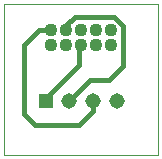
<source format=gtl>
G75*
%MOIN*%
%OFA0B0*%
%FSLAX25Y25*%
%IPPOS*%
%LPD*%
%AMOC8*
5,1,8,0,0,1.08239X$1,22.5*
%
%ADD10C,0.00000*%
%ADD11R,0.05150X0.05150*%
%ADD12C,0.05150*%
%ADD13C,0.04362*%
%ADD14C,0.01600*%
D10*
X0005000Y0010000D02*
X0005000Y0060361D01*
X0056501Y0060361D01*
X0056470Y0009970D01*
X0005000Y0010000D01*
D11*
X0018989Y0028000D03*
D12*
X0026863Y0028000D03*
X0034737Y0028000D03*
X0042611Y0028000D03*
D13*
X0040800Y0046800D03*
X0040800Y0051800D03*
X0035800Y0051800D03*
X0035800Y0046800D03*
X0030800Y0046800D03*
X0030800Y0051800D03*
X0025800Y0051800D03*
X0025800Y0046800D03*
X0020800Y0046800D03*
X0020800Y0051800D03*
D14*
X0016800Y0051800D01*
X0011700Y0046700D01*
X0011700Y0023700D01*
X0015400Y0020000D01*
X0030000Y0020000D01*
X0034737Y0024737D01*
X0034737Y0028000D01*
X0033863Y0035000D02*
X0040000Y0035000D01*
X0044600Y0039600D01*
X0044600Y0053200D01*
X0041600Y0056200D01*
X0028600Y0056200D01*
X0025800Y0053400D01*
X0025800Y0051800D01*
X0030800Y0046800D02*
X0030000Y0046000D01*
X0030000Y0040000D01*
X0018989Y0028989D01*
X0018989Y0028000D01*
X0026863Y0028000D02*
X0033863Y0035000D01*
M02*

</source>
